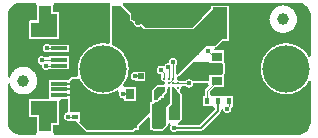
<source format=gtl>
G04*
G04 #@! TF.GenerationSoftware,Altium Limited,Altium Designer,21.6.4 (81)*
G04*
G04 Layer_Physical_Order=1*
G04 Layer_Color=255*
%FSLAX44Y44*%
%MOMM*%
G71*
G04*
G04 #@! TF.SameCoordinates,4107C3E3-393E-48B2-8F04-51D99C162D70*
G04*
G04*
G04 #@! TF.FilePolarity,Positive*
G04*
G01*
G75*
%ADD11C,0.2000*%
%ADD12R,2.3000X1.2500*%
%ADD13R,1.6000X1.9500*%
%ADD14R,1.1000X2.6500*%
%ADD15R,1.6000X1.9500*%
%ADD16R,1.1000X2.6500*%
%ADD17R,1.4050X0.3050*%
%ADD18R,1.0000X1.0000*%
%ADD19R,0.5200X0.5200*%
%ADD20R,0.9500X0.7500*%
%ADD21R,2.0500X2.8000*%
%ADD22R,0.4500X0.5500*%
%ADD23R,0.5500X0.4500*%
%ADD24R,1.1500X2.7000*%
%ADD25R,0.7000X0.9000*%
%ADD26R,2.7000X1.1500*%
%ADD27R,0.8000X2.0000*%
%ADD47C,0.2300*%
%ADD48C,1.0000*%
%ADD49C,0.1250*%
%ADD50C,0.1500*%
%ADD51C,4.0000*%
%ADD52C,0.4060*%
G36*
X87987Y105674D02*
X88347Y104844D01*
X88529Y103877D01*
X88497Y103837D01*
X88357Y103577D01*
X88272Y103294D01*
X88243Y103000D01*
Y72788D01*
X87803Y72159D01*
X86243Y71172D01*
X85737Y71265D01*
X84447Y71421D01*
X83150Y71500D01*
X81850D01*
X80553Y71421D01*
X79264Y71265D01*
X77986Y71031D01*
X76724Y70720D01*
X75483Y70333D01*
X74269Y69872D01*
X73084Y69339D01*
X71933Y68735D01*
X70821Y68063D01*
X69752Y67325D01*
X68729Y66524D01*
X67757Y65662D01*
X66838Y64743D01*
X65976Y63771D01*
X65175Y62748D01*
X64437Y61679D01*
X63765Y60567D01*
X63161Y59416D01*
X62628Y58231D01*
X62167Y57017D01*
X61780Y55776D01*
X61469Y54514D01*
X61235Y53236D01*
X61079Y51947D01*
X61000Y50650D01*
Y49350D01*
X61079Y48053D01*
X61235Y46764D01*
X61469Y45486D01*
X61587Y45007D01*
X60381Y43007D01*
X56250D01*
X55956Y42978D01*
X55673Y42892D01*
X55413Y42753D01*
X55184Y42566D01*
X53184Y40566D01*
X53081Y40440D01*
X36420D01*
Y34390D01*
Y24422D01*
X27945D01*
X27943Y24422D01*
X20945D01*
X20651Y24393D01*
X20368Y24307D01*
X20108Y24168D01*
X19879Y23981D01*
X19692Y23752D01*
X19553Y23492D01*
X19467Y23209D01*
X19438Y22915D01*
Y10415D01*
X19467Y10121D01*
X19553Y9838D01*
X19692Y9578D01*
X19879Y9349D01*
X20108Y9162D01*
X20368Y9022D01*
X20651Y8937D01*
X20945Y8908D01*
X26438D01*
Y-3585D01*
X26467Y-3879D01*
X25809Y-5343D01*
X25298Y-5877D01*
X11609D01*
X9469Y-5451D01*
X7453Y-4616D01*
X5639Y-3404D01*
X4096Y-1861D01*
X2884Y-47D01*
X2049Y1969D01*
X1623Y4109D01*
Y37409D01*
X3623Y37606D01*
X3688Y37284D01*
X3936Y36405D01*
X4252Y35548D01*
X4634Y34718D01*
X5080Y33921D01*
X5588Y33162D01*
X6154Y32444D01*
X6773Y31774D01*
X7444Y31154D01*
X8162Y30588D01*
X8921Y30080D01*
X9718Y29634D01*
X10548Y29252D01*
X11405Y28935D01*
X12284Y28688D01*
X13180Y28509D01*
X14087Y28402D01*
X15000Y28366D01*
X15913Y28402D01*
X16820Y28509D01*
X17716Y28688D01*
X18595Y28935D01*
X19452Y29252D01*
X20282Y29634D01*
X21079Y30080D01*
X21838Y30588D01*
X22556Y31154D01*
X23226Y31774D01*
X23846Y32444D01*
X24412Y33162D01*
X24920Y33921D01*
X25366Y34718D01*
X25748Y35548D01*
X26065Y36405D01*
X26312Y37284D01*
X26491Y38180D01*
X26598Y39087D01*
X26634Y40000D01*
X26598Y40913D01*
X26491Y41820D01*
X26312Y42716D01*
X26065Y43595D01*
X25748Y44452D01*
X25366Y45282D01*
X24920Y46079D01*
X24412Y46838D01*
X23846Y47556D01*
X23226Y48226D01*
X22556Y48847D01*
X21838Y49412D01*
X21079Y49920D01*
X20282Y50366D01*
X19452Y50748D01*
X18595Y51065D01*
X17716Y51312D01*
X16820Y51491D01*
X15913Y51598D01*
X15000Y51634D01*
X14087Y51598D01*
X13180Y51491D01*
X12284Y51312D01*
X11405Y51065D01*
X10548Y50748D01*
X9718Y50366D01*
X8921Y49920D01*
X8162Y49412D01*
X7444Y48847D01*
X6773Y48226D01*
X6154Y47556D01*
X5588Y46838D01*
X5080Y46079D01*
X4634Y45282D01*
X4252Y44452D01*
X3936Y43595D01*
X3688Y42716D01*
X3623Y42394D01*
X1623Y42591D01*
Y94800D01*
Y95891D01*
X2049Y98031D01*
X2884Y100047D01*
X4096Y101861D01*
X5639Y103404D01*
X7453Y104616D01*
X9469Y105451D01*
X11609Y105877D01*
X25530D01*
X25672Y105730D01*
X26052Y105179D01*
X26541Y104020D01*
X26518Y103877D01*
X26467Y103709D01*
X26438Y103415D01*
Y90923D01*
X20946D01*
X20652Y90894D01*
X20369Y90808D01*
X20109Y90669D01*
X19880Y90481D01*
X19693Y90253D01*
X19553Y89992D01*
X19468Y89709D01*
X19439Y89415D01*
Y76915D01*
X19468Y76621D01*
X19553Y76339D01*
X19693Y76078D01*
X19880Y75850D01*
X20109Y75662D01*
X20369Y75523D01*
X20652Y75437D01*
X20946Y75408D01*
X27942D01*
X27945Y75408D01*
X43945D01*
X44239Y75437D01*
X44522Y75522D01*
X44522Y75523D01*
X44523Y75523D01*
X44783Y75662D01*
X45012Y75850D01*
X45199Y76078D01*
X45339Y76339D01*
X45424Y76621D01*
X45453Y76915D01*
Y89415D01*
X45452Y89425D01*
Y96415D01*
X45423Y96709D01*
X45338Y96992D01*
X45198Y97252D01*
X45011Y97481D01*
X44782Y97668D01*
X44522Y97808D01*
X44239Y97893D01*
X43945Y97922D01*
X40452D01*
Y103415D01*
X40423Y103709D01*
X40373Y103877D01*
X40350Y104020D01*
X40838Y105179D01*
X41218Y105730D01*
X41360Y105877D01*
X87854D01*
X87987Y105674D01*
D02*
G37*
G36*
X250531Y105451D02*
X252547Y104616D01*
X254361Y103404D01*
X255904Y101861D01*
X257116Y100047D01*
X257951Y98031D01*
X258377Y95891D01*
Y60791D01*
X256376Y60298D01*
X256235Y60567D01*
X255563Y61679D01*
X254825Y62748D01*
X254024Y63771D01*
X253162Y64743D01*
X252243Y65662D01*
X251271Y66524D01*
X250248Y67325D01*
X249179Y68063D01*
X248067Y68735D01*
X246916Y69339D01*
X245731Y69872D01*
X244517Y70333D01*
X243276Y70720D01*
X242015Y71031D01*
X240737Y71265D01*
X239447Y71421D01*
X238150Y71500D01*
X236850D01*
X235553Y71421D01*
X234263Y71265D01*
X232985Y71031D01*
X231724Y70720D01*
X230483Y70333D01*
X229269Y69872D01*
X228084Y69339D01*
X226933Y68735D01*
X225821Y68063D01*
X224752Y67325D01*
X223729Y66524D01*
X222757Y65662D01*
X221838Y64743D01*
X220976Y63771D01*
X220175Y62748D01*
X219437Y61679D01*
X218765Y60567D01*
X218161Y59416D01*
X217628Y58231D01*
X217167Y57017D01*
X216780Y55776D01*
X216469Y54514D01*
X216235Y53236D01*
X216078Y51947D01*
X216000Y50650D01*
Y49350D01*
X216078Y48053D01*
X216235Y46764D01*
X216469Y45486D01*
X216780Y44224D01*
X217167Y42983D01*
X217628Y41769D01*
X218161Y40584D01*
X218765Y39433D01*
X219437Y38321D01*
X220175Y37252D01*
X220976Y36229D01*
X221838Y35257D01*
X222757Y34338D01*
X223729Y33476D01*
X224752Y32675D01*
X225821Y31937D01*
X226933Y31265D01*
X228084Y30661D01*
X229269Y30127D01*
X230483Y29667D01*
X231724Y29280D01*
X232985Y28969D01*
X234263Y28735D01*
X235553Y28579D01*
X236850Y28500D01*
X238150D01*
X239447Y28579D01*
X240737Y28735D01*
X242015Y28969D01*
X243276Y29280D01*
X244517Y29667D01*
X245731Y30127D01*
X246916Y30661D01*
X248067Y31265D01*
X249179Y31937D01*
X250248Y32675D01*
X251271Y33476D01*
X252243Y34338D01*
X253162Y35257D01*
X254024Y36229D01*
X254825Y37252D01*
X255563Y38321D01*
X256235Y39433D01*
X256376Y39702D01*
X258377Y39209D01*
Y4109D01*
X257951Y1969D01*
X257116Y-47D01*
X255904Y-1861D01*
X254361Y-3404D01*
X252547Y-4616D01*
X250531Y-5451D01*
X248391Y-5877D01*
X247300D01*
X41592Y-5877D01*
X41081Y-5343D01*
X40423Y-3879D01*
X40452Y-3585D01*
Y1908D01*
X43945D01*
X44239Y1937D01*
X44522Y2023D01*
X44782Y2162D01*
X45011Y2349D01*
X45198Y2578D01*
X45338Y2838D01*
X45423Y3121D01*
X45452Y3415D01*
Y10413D01*
X45452Y10415D01*
Y22915D01*
X46603Y24098D01*
X46753Y24211D01*
X47106Y24390D01*
X52743D01*
Y15030D01*
X52519Y13030D01*
X52060Y12970D01*
X51613Y12850D01*
X51185Y12673D01*
X50785Y12441D01*
X50417Y12160D01*
X50090Y11832D01*
X49809Y11465D01*
X49577Y11065D01*
X49400Y10637D01*
X49280Y10190D01*
X49220Y9731D01*
Y9269D01*
X49280Y8810D01*
X49400Y8363D01*
X49577Y7935D01*
X49809Y7535D01*
X50090Y7168D01*
X50417Y6840D01*
X50785Y6559D01*
X51185Y6327D01*
X51613Y6150D01*
X52060Y6030D01*
X52268Y6003D01*
X52350Y5992D01*
X52356Y5991D01*
X52519Y5970D01*
X54250Y5750D01*
Y5750D01*
X58975D01*
X59459Y5550D01*
X60803Y4689D01*
X60832Y4395D01*
X60918Y4112D01*
X61057Y3852D01*
X61245Y3624D01*
X68184Y-3316D01*
X68413Y-3503D01*
X68673Y-3643D01*
X68956Y-3728D01*
X69250Y-3757D01*
X106750D01*
X107044Y-3728D01*
X107327Y-3643D01*
X107587Y-3503D01*
X107816Y-3316D01*
X109632Y-1500D01*
X113000D01*
Y1868D01*
X120152Y9021D01*
X122000Y8255D01*
Y-1500D01*
X123618D01*
X124184Y-2066D01*
X124413Y-2253D01*
X124673Y-2393D01*
X124956Y-2478D01*
X125250Y-2507D01*
X132500D01*
X132794Y-2478D01*
X133077Y-2393D01*
X133337Y-2253D01*
X133566Y-2066D01*
X136816Y1184D01*
X137003Y1413D01*
X137142Y1673D01*
X137228Y1956D01*
X137257Y2250D01*
Y3055D01*
X139024Y4375D01*
X139092Y4355D01*
X139419Y3839D01*
X139541Y3403D01*
X139664Y2103D01*
X139559Y1965D01*
X139327Y1565D01*
X139150Y1137D01*
X139030Y690D01*
X138970Y231D01*
Y-231D01*
X139030Y-690D01*
X139150Y-1137D01*
X139327Y-1565D01*
X139559Y-1965D01*
X139840Y-2333D01*
X140168Y-2660D01*
X140535Y-2941D01*
X140935Y-3173D01*
X141363Y-3350D01*
X141810Y-3470D01*
X142269Y-3530D01*
X142731D01*
X143190Y-3470D01*
X143637Y-3350D01*
X144065Y-3173D01*
X144465Y-2941D01*
X144832Y-2660D01*
X144984Y-2508D01*
X165000D01*
X165392Y-2477D01*
X165775Y-2385D01*
X166138Y-2234D01*
X166474Y-2029D01*
X166773Y-1773D01*
X181273Y12727D01*
X181529Y13026D01*
X181734Y13362D01*
X181885Y13725D01*
X181977Y14108D01*
X182008Y14500D01*
Y15351D01*
X184008Y15482D01*
X184030Y15310D01*
X184150Y14863D01*
X184327Y14435D01*
X184559Y14035D01*
X184840Y13668D01*
X185168Y13340D01*
X185535Y13059D01*
X185935Y12827D01*
X186363Y12650D01*
X186810Y12530D01*
X187269Y12470D01*
X187731D01*
X188190Y12530D01*
X188637Y12650D01*
X189065Y12827D01*
X189465Y13059D01*
X189832Y13340D01*
X190160Y13668D01*
X190441Y14035D01*
X190673Y14435D01*
X190850Y14863D01*
X190970Y15310D01*
X191030Y15769D01*
Y16231D01*
X191028Y16250D01*
X191947Y17815D01*
X192117Y18010D01*
X192464Y18250D01*
X192500D01*
Y26750D01*
X185250D01*
X185000Y26750D01*
X183250D01*
X183000Y26750D01*
X176250D01*
X175750Y26750D01*
X174250D01*
X172632Y28287D01*
Y30617D01*
X176514Y34500D01*
X185000D01*
Y44868D01*
X185066Y44934D01*
X185253Y45163D01*
X185392Y45423D01*
X185478Y45706D01*
X185507Y46000D01*
Y54250D01*
X185478Y54544D01*
X185392Y54827D01*
X185253Y55087D01*
X185066Y55316D01*
X185000Y55382D01*
Y65500D01*
X176693D01*
X176369Y65993D01*
X177064Y67569D01*
X177434Y68011D01*
X177544Y68022D01*
X177827Y68108D01*
X178087Y68247D01*
X178316Y68434D01*
X183382Y73500D01*
X188750D01*
Y103500D01*
X177324D01*
X177250Y103507D01*
X177176Y103500D01*
X174250D01*
Y101132D01*
X166184Y93066D01*
X166184Y93066D01*
X157876Y84757D01*
X118124Y84757D01*
X115312Y87570D01*
X115084Y87757D01*
X114823Y87896D01*
X114540Y87982D01*
X114246Y88011D01*
X113952Y87982D01*
X113669Y87896D01*
X113409Y87757D01*
X113180Y87570D01*
X113087Y87476D01*
X112876Y87315D01*
X112647Y87182D01*
X112401Y87080D01*
X112145Y87012D01*
X111883Y86977D01*
X111617D01*
X111355Y87012D01*
X111098Y87080D01*
X110854Y87182D01*
X110624Y87315D01*
X110413Y87476D01*
X110226Y87663D01*
X110065Y87874D01*
X109932Y88103D01*
X109831Y88349D01*
X109762Y88604D01*
X109727Y88867D01*
Y89231D01*
X109723Y89278D01*
X109724Y89325D01*
X109708Y89424D01*
X109698Y89525D01*
X109685Y89570D01*
X109677Y89616D01*
X109642Y89711D01*
X109613Y89808D01*
X109591Y89849D01*
X109574Y89893D01*
X109521Y89979D01*
X109473Y90069D01*
X109444Y90105D01*
X109419Y90145D01*
X109350Y90219D01*
X109286Y90297D01*
X109250Y90327D01*
X109218Y90361D01*
X109135Y90421D01*
X109057Y90485D01*
X109016Y90507D01*
X108978Y90534D01*
X107339Y91488D01*
X107306Y91503D01*
X107277Y91523D01*
X107172Y91565D01*
X107070Y91611D01*
X107036Y91619D01*
X107002Y91633D01*
X106782Y91697D01*
X106717Y91709D01*
X106654Y91728D01*
X106572Y91736D01*
X106507Y91749D01*
Y95750D01*
X106478Y96044D01*
X106392Y96327D01*
X106253Y96587D01*
X106066Y96816D01*
X99005Y103877D01*
X99126Y104781D01*
X99513Y105674D01*
X99646Y105877D01*
X247300Y105877D01*
X248391D01*
X250531Y105451D01*
D02*
G37*
G36*
X105000Y95750D02*
Y90250D01*
X106360D01*
X106581Y90186D01*
X108220Y89231D01*
Y88769D01*
X108280Y88310D01*
X108400Y87863D01*
X108577Y87435D01*
X108809Y87035D01*
X109090Y86667D01*
X109417Y86340D01*
X109785Y86059D01*
X110185Y85827D01*
X110613Y85650D01*
X111060Y85530D01*
X111519Y85470D01*
X111981D01*
X112440Y85530D01*
X112887Y85650D01*
X113315Y85827D01*
X113715Y86059D01*
X114082Y86340D01*
X114246Y86504D01*
X117500Y83250D01*
X158500Y83250D01*
X167250Y92000D01*
X177250Y102000D01*
X183000Y96250D01*
Y75250D01*
X177250Y69500D01*
X170500D01*
X161567Y60567D01*
X145979Y44979D01*
X144132Y45745D01*
Y52907D01*
X144207Y52965D01*
X144535Y53292D01*
X144816Y53660D01*
X145048Y54060D01*
X145225Y54488D01*
X145345Y54935D01*
X145405Y55394D01*
Y55856D01*
X145345Y56315D01*
X145225Y56762D01*
X145048Y57190D01*
X144816Y57590D01*
X144535Y57958D01*
X144207Y58285D01*
X143840Y58566D01*
X143440Y58798D01*
X143012Y58975D01*
X142565Y59095D01*
X142106Y59155D01*
X141644D01*
X141185Y59095D01*
X140738Y58975D01*
X140310Y58798D01*
X139910Y58566D01*
X139543Y58285D01*
X139215Y57958D01*
X138934Y57590D01*
X138702Y57190D01*
X138525Y56762D01*
X138405Y56315D01*
X138345Y55856D01*
X138136Y55239D01*
X137541Y54797D01*
X137060Y54720D01*
X136613Y54600D01*
X136185Y54423D01*
X135785Y54191D01*
X135417Y53910D01*
X135090Y53583D01*
X134809Y53215D01*
X134082Y52634D01*
X133350Y52368D01*
X132388Y52350D01*
X132384Y52351D01*
X131940Y52470D01*
X131481Y52530D01*
X131019D01*
X130560Y52470D01*
X130113Y52350D01*
X129685Y52173D01*
X129285Y51941D01*
X128918Y51660D01*
X128590Y51333D01*
X128309Y50965D01*
X128077Y50565D01*
X127900Y50137D01*
X127780Y49690D01*
X127720Y49231D01*
Y48769D01*
X127780Y48310D01*
X127900Y47863D01*
X128077Y47435D01*
X128309Y47035D01*
X128590Y46667D01*
X128918Y46340D01*
X129285Y46059D01*
X129685Y45827D01*
X130113Y45650D01*
X130560Y45530D01*
X131019Y45470D01*
X131481D01*
X131868Y43504D01*
Y41785D01*
X131850Y41669D01*
Y41331D01*
X131903Y40996D01*
X132008Y40675D01*
X132161Y40373D01*
X132360Y40099D01*
X132599Y39860D01*
X132873Y39661D01*
X133175Y39508D01*
X133497Y39403D01*
X133831Y39350D01*
X134964Y37831D01*
X135050Y37666D01*
X135050Y37614D01*
X134000Y36008D01*
X130250D01*
X130244Y36007D01*
X128500D01*
X128206Y35978D01*
X127923Y35893D01*
X127663Y35753D01*
X127434Y35566D01*
X126094Y34226D01*
X126035Y34191D01*
X125667Y33910D01*
X125340Y33582D01*
X125059Y33215D01*
X125024Y33156D01*
X124184Y32316D01*
X123997Y32087D01*
X123857Y31827D01*
X123772Y31544D01*
X123743Y31250D01*
Y26611D01*
X123650Y26387D01*
X123530Y25940D01*
X123470Y25481D01*
Y25019D01*
X123530Y24560D01*
X123650Y24113D01*
X123827Y23685D01*
X123934Y23500D01*
X123647Y22519D01*
X123300Y21872D01*
X122929Y21500D01*
X122000D01*
Y13000D01*
X106750Y-2250D01*
X69250D01*
X62311Y4689D01*
X62750Y5750D01*
X62750D01*
Y13250D01*
X54250D01*
X54250Y15250D01*
Y39500D01*
X56250Y41500D01*
X62748D01*
X63161Y40584D01*
X63765Y39433D01*
X64437Y38321D01*
X65175Y37252D01*
X65976Y36229D01*
X66838Y35257D01*
X67757Y34338D01*
X68729Y33476D01*
X69752Y32675D01*
X70821Y31937D01*
X71933Y31265D01*
X73084Y30661D01*
X74269Y30127D01*
X75483Y29667D01*
X76724Y29280D01*
X77986Y28969D01*
X79264Y28735D01*
X80553Y28579D01*
X81850Y28500D01*
X83150D01*
X84447Y28579D01*
X85737Y28735D01*
X87015Y28969D01*
X88276Y29280D01*
X89516Y29667D01*
X90731Y30127D01*
X91916Y30661D01*
X93067Y31265D01*
X94179Y31937D01*
X94982Y31696D01*
X95184Y31538D01*
X95447Y31199D01*
X96150Y29637D01*
X96030Y29190D01*
X95970Y28731D01*
Y28269D01*
X96030Y27810D01*
X96150Y27363D01*
X96327Y26935D01*
X96559Y26535D01*
X96840Y26168D01*
X97168Y25840D01*
X97535Y25559D01*
X97935Y25327D01*
X98363Y25150D01*
X98810Y25030D01*
X99269Y24970D01*
X99731D01*
X100500Y23076D01*
Y22500D01*
X110500D01*
Y34500D01*
X100828D01*
X99688Y35788D01*
X99500Y36086D01*
Y36837D01*
X99825Y37252D01*
X100563Y38321D01*
X101235Y39433D01*
X101839Y40584D01*
X102372Y41769D01*
X102833Y42983D01*
X103220Y44224D01*
X103531Y45486D01*
X103765Y46764D01*
X103921Y48053D01*
X104000Y49350D01*
Y50650D01*
X103921Y51947D01*
X103765Y53236D01*
X103531Y54514D01*
X103220Y55776D01*
X102833Y57017D01*
X102372Y58231D01*
X101839Y59416D01*
X101235Y60567D01*
X100563Y61679D01*
X99825Y62748D01*
X99024Y63771D01*
X98162Y64743D01*
X97243Y65662D01*
X96271Y66524D01*
X95248Y67325D01*
X94179Y68063D01*
X93067Y68735D01*
X91916Y69339D01*
X90997Y69753D01*
X89750Y71000D01*
Y103000D01*
X97750D01*
X105000Y95750D01*
D02*
G37*
G36*
X172500Y55000D02*
X183250D01*
X184000Y54250D01*
Y46000D01*
X183000Y45000D01*
X172500D01*
Y39250D01*
X158316D01*
X158191Y39465D01*
X157910Y39832D01*
X157583Y40160D01*
X157215Y40441D01*
X156815Y40673D01*
X156387Y40850D01*
X155940Y40970D01*
X155481Y41030D01*
X155019D01*
X154560Y40970D01*
X154113Y40850D01*
X153685Y40673D01*
X153285Y40441D01*
X152917Y40160D01*
X152590Y39832D01*
X152436Y39632D01*
X146368D01*
X145250Y40750D01*
Y41601D01*
X145270Y41689D01*
X145979Y43472D01*
X146273Y43501D01*
X146396Y43538D01*
X146556Y43587D01*
X146817Y43726D01*
X147045Y43913D01*
X158382Y55250D01*
X172500D01*
Y55000D01*
D02*
G37*
G36*
X171728Y35743D02*
X168993Y33007D01*
X168776Y32753D01*
X168601Y32468D01*
X168473Y32159D01*
X168395Y31834D01*
X168368Y31500D01*
Y26750D01*
X166750D01*
Y18250D01*
X173750D01*
X174250Y18250D01*
X175750D01*
X176992Y16558D01*
Y15539D01*
X163961Y2508D01*
X146178D01*
X145558Y2993D01*
X145828Y4168D01*
X146496Y4993D01*
X146500D01*
X146794Y5022D01*
X147077Y5107D01*
X147337Y5247D01*
X147566Y5434D01*
X148566Y6434D01*
X148753Y6663D01*
X148892Y6923D01*
X148978Y7206D01*
X149007Y7500D01*
Y28250D01*
X148978Y28544D01*
X148892Y28827D01*
X148753Y29087D01*
X148566Y29316D01*
X148013Y29868D01*
X147874Y30151D01*
X147401Y31860D01*
X147640Y32099D01*
X147839Y32373D01*
X147992Y32675D01*
X148097Y32997D01*
X148150Y33331D01*
Y33669D01*
X149167Y35021D01*
X149222Y35074D01*
X149706Y35368D01*
X152436D01*
X152590Y35168D01*
X152917Y34840D01*
X153285Y34559D01*
X153685Y34327D01*
X154113Y34150D01*
X154560Y34030D01*
X155019Y33970D01*
X155481D01*
X155940Y34030D01*
X156387Y34150D01*
X156815Y34327D01*
X157215Y34559D01*
X157583Y34840D01*
X157910Y35168D01*
X158191Y35535D01*
X158423Y35935D01*
X158600Y36363D01*
X158720Y36810D01*
X158780Y37269D01*
Y37731D01*
X158790Y37743D01*
X170900D01*
X171728Y35743D01*
D02*
G37*
G36*
X135000Y33250D02*
Y30750D01*
X128000Y23750D01*
Y23500D01*
X126250D01*
X125250Y24500D01*
Y31250D01*
X128500Y34500D01*
X133750D01*
X135000Y33250D01*
D02*
G37*
G36*
X139493Y32926D02*
Y29500D01*
X139500Y29426D01*
Y21000D01*
X135750Y17250D01*
Y2250D01*
X132500Y-1000D01*
X125250D01*
X124000Y250D01*
Y19250D01*
X126505Y21755D01*
X126769Y21720D01*
X127231D01*
X127690Y21780D01*
X128137Y21900D01*
X128565Y22077D01*
X128965Y22309D01*
X129333Y22590D01*
X129660Y22917D01*
X129941Y23285D01*
X130173Y23685D01*
X130247Y23866D01*
X131102Y24720D01*
X131231D01*
X131690Y24780D01*
X132137Y24900D01*
X132565Y25077D01*
X132965Y25309D01*
X133333Y25590D01*
X133660Y25917D01*
X133941Y26285D01*
X134173Y26685D01*
X134350Y27113D01*
X134470Y27560D01*
X134530Y28019D01*
Y28148D01*
X136066Y29684D01*
X136253Y29913D01*
X136392Y30173D01*
X136478Y30456D01*
X136507Y30750D01*
Y31244D01*
X136508Y31250D01*
X136507Y31256D01*
Y32244D01*
X136508Y32250D01*
Y32538D01*
X138487Y33550D01*
X139493Y32926D01*
D02*
G37*
G36*
X142393Y33536D02*
X142665Y33733D01*
X143509Y33256D01*
X143943Y32873D01*
X144008Y32675D01*
X144161Y32373D01*
X144360Y32099D01*
X144599Y31860D01*
X144750Y31751D01*
Y31500D01*
X146000Y30250D01*
Y29750D01*
X147500Y28250D01*
Y7500D01*
X146500Y6500D01*
X139500D01*
X138250Y7750D01*
Y17618D01*
X140566Y19934D01*
X140753Y20163D01*
X140892Y20423D01*
X140978Y20706D01*
X141007Y21000D01*
Y29426D01*
X141000Y29500D01*
Y32528D01*
D01*
Y34000D01*
X142393Y33536D01*
D02*
G37*
%LPC*%
G36*
X34981Y71030D02*
X34519D01*
X34060Y70970D01*
X33613Y70850D01*
X33185Y70673D01*
X32785Y70441D01*
X32418Y70160D01*
X32090Y69833D01*
X31809Y69465D01*
X31577Y69065D01*
X31400Y68637D01*
X31280Y68190D01*
X31220Y67731D01*
Y67269D01*
X31280Y66810D01*
X31400Y66363D01*
X31577Y65935D01*
X31809Y65535D01*
X32090Y65167D01*
X32418Y64840D01*
X32785Y64559D01*
X33185Y64327D01*
X33613Y64150D01*
X34060Y64030D01*
X34519Y63970D01*
X34981D01*
X35440Y64030D01*
X35887Y64150D01*
X36315Y64327D01*
X36423Y64390D01*
X53470D01*
Y70440D01*
X36717D01*
X36715Y70441D01*
X36315Y70673D01*
X35887Y70850D01*
X35440Y70970D01*
X34981Y71030D01*
D02*
G37*
G36*
X30731Y60530D02*
X30269D01*
X29810Y60470D01*
X29363Y60350D01*
X28935Y60173D01*
X28535Y59941D01*
X28168Y59660D01*
X27840Y59332D01*
X27559Y58965D01*
X27327Y58565D01*
X27150Y58137D01*
X27030Y57690D01*
X26970Y57231D01*
Y56769D01*
X27030Y56310D01*
X27150Y55863D01*
X27327Y55435D01*
X27559Y55035D01*
X27840Y54668D01*
X28168Y54340D01*
X28535Y54059D01*
X28935Y53827D01*
X29363Y53650D01*
X30323Y53272D01*
X30470Y52731D01*
Y52269D01*
X30530Y51810D01*
X30650Y51363D01*
X30827Y50935D01*
X31059Y50535D01*
X31340Y50167D01*
X31667Y49840D01*
X32035Y49559D01*
X32435Y49327D01*
X32863Y49150D01*
X33310Y49030D01*
X33769Y48970D01*
X34231D01*
X34690Y49030D01*
X36420Y49390D01*
X36420Y49390D01*
X36420Y49390D01*
X53470D01*
Y60440D01*
X36420D01*
Y59547D01*
X32946D01*
X32833Y59660D01*
X32465Y59941D01*
X32065Y60173D01*
X31637Y60350D01*
X31190Y60470D01*
X30731Y60530D01*
D02*
G37*
G36*
X235000Y103634D02*
X234087Y103598D01*
X233180Y103491D01*
X232284Y103313D01*
X231405Y103064D01*
X230548Y102748D01*
X229718Y102366D01*
X228921Y101920D01*
X228162Y101412D01*
X227444Y100847D01*
X226774Y100226D01*
X226154Y99556D01*
X225588Y98838D01*
X225080Y98079D01*
X224634Y97282D01*
X224252Y96452D01*
X223936Y95595D01*
X223687Y94716D01*
X223509Y93820D01*
X223402Y92913D01*
X223366Y92000D01*
X223402Y91087D01*
X223509Y90180D01*
X223687Y89284D01*
X223936Y88405D01*
X224252Y87548D01*
X224634Y86718D01*
X225080Y85921D01*
X225588Y85162D01*
X226154Y84444D01*
X226774Y83773D01*
X227444Y83153D01*
X228162Y82588D01*
X228921Y82080D01*
X229718Y81634D01*
X230548Y81252D01*
X231405Y80935D01*
X232284Y80688D01*
X233180Y80509D01*
X234087Y80402D01*
X235000Y80366D01*
X235913Y80402D01*
X236820Y80509D01*
X237716Y80688D01*
X238595Y80935D01*
X239452Y81252D01*
X240282Y81634D01*
X241079Y82080D01*
X241838Y82588D01*
X242556Y83153D01*
X243227Y83773D01*
X243847Y84444D01*
X244412Y85162D01*
X244920Y85921D01*
X245366Y86718D01*
X245748Y87548D01*
X246065Y88405D01*
X246313Y89284D01*
X246491Y90180D01*
X246598Y91087D01*
X246634Y92000D01*
X246598Y92913D01*
X246491Y93820D01*
X246313Y94716D01*
X246065Y95595D01*
X245748Y96452D01*
X245366Y97282D01*
X244920Y98079D01*
X244412Y98838D01*
X243847Y99556D01*
X243227Y100226D01*
X242556Y100847D01*
X241838Y101412D01*
X241079Y101920D01*
X240282Y102366D01*
X239452Y102748D01*
X238595Y103064D01*
X237716Y103313D01*
X236820Y103491D01*
X235913Y103598D01*
X235000Y103634D01*
D02*
G37*
G36*
X110150Y47600D02*
X108426Y46934D01*
X108113Y46850D01*
X107685Y46673D01*
X107285Y46441D01*
X106917Y46160D01*
X106590Y45833D01*
X106309Y45465D01*
X106077Y45065D01*
X105900Y44637D01*
X105780Y44190D01*
X105720Y43731D01*
Y43269D01*
X105780Y42810D01*
X105900Y42363D01*
X106077Y41935D01*
X106309Y41535D01*
X106590Y41167D01*
X106917Y40840D01*
X107285Y40559D01*
X107685Y40327D01*
X108113Y40150D01*
X108386Y40077D01*
X110150Y39400D01*
X110150Y39400D01*
X118350D01*
Y47600D01*
X110150D01*
Y47600D01*
D02*
G37*
%LPD*%
D11*
X211500Y88500D02*
Y92000D01*
X203000Y96750D02*
X206750D01*
X211500Y92000D01*
X203060Y88500D02*
X211500D01*
X203000Y88440D02*
X203060Y88500D01*
X202940Y88440D02*
X203000D01*
X206750Y80250D02*
X211500Y85000D01*
X203000Y80250D02*
X206750D01*
X211500Y85000D02*
Y88500D01*
X197750Y22500D02*
X203250D01*
X132030Y29838D02*
Y30280D01*
X130942Y28750D02*
X132030Y29838D01*
X127205Y25250D02*
X129811Y27856D01*
X130048D02*
X130500Y28307D01*
Y28750D02*
X130942D01*
X134000Y32250D02*
Y33500D01*
X132030Y30280D02*
X134000Y32250D01*
X127000Y25250D02*
X127205D01*
X129811Y27856D02*
X130048D01*
X130500Y28307D02*
Y28750D01*
X119000Y25750D02*
Y28500D01*
X122250Y39750D02*
X124500Y37500D01*
X119500Y50500D02*
Y67000D01*
Y28500D02*
X122250Y31250D01*
Y39750D01*
Y43500D01*
X119500Y50500D02*
X122250Y47750D01*
Y43500D02*
Y47750D01*
X109250Y43500D02*
X114250D01*
X99500Y28500D02*
X105500D01*
X34509Y62371D02*
X35965D01*
X34115Y61976D02*
X34509Y62371D01*
X34115Y61976D02*
Y62135D01*
X80750Y750D02*
X97500D01*
X142500Y0D02*
X165000D01*
X179500Y14500D01*
Y22500D01*
X157000Y5500D02*
Y12500D01*
Y19500D01*
X146500Y97500D02*
X150000D01*
X141750Y89000D02*
Y92750D01*
X146500Y97500D01*
X150000Y89060D02*
Y97500D01*
Y89060D02*
X150060Y89000D01*
Y88940D02*
Y89000D01*
X153500Y97500D02*
X158250Y92750D01*
Y89000D02*
Y92750D01*
X150000Y97500D02*
X153500D01*
X116500D02*
X120000D01*
X111750Y89000D02*
Y92750D01*
X116500Y97500D01*
X120000Y89060D02*
Y97500D01*
Y89060D02*
X120060Y89000D01*
Y88940D02*
Y89000D01*
X123500Y97500D02*
X128250Y92750D01*
Y89000D02*
Y92750D01*
X120000Y97500D02*
X123500D01*
X34085Y42415D02*
X44945D01*
X29915Y47415D02*
X44945D01*
X32085Y72415D02*
X44945D01*
X35965Y62371D02*
X36010Y62415D01*
X44945D01*
X62625Y24875D02*
Y29375D01*
X44945Y37415D02*
X54585D01*
X62625Y29375D01*
Y18875D02*
X80750Y750D01*
X54085Y27415D02*
X62625Y18875D01*
Y24875D01*
X44945Y32415D02*
X55085D01*
X62625Y24875D01*
X98250Y750D02*
X107500Y10000D01*
X44945Y27415D02*
X54085D01*
X110250Y17000D02*
X119000Y25750D01*
X110250Y12750D02*
Y17000D01*
X107500Y10000D02*
X110250Y12750D01*
X115000Y67500D02*
X120000D01*
X150000D01*
X119500Y67000D02*
X120000Y67500D01*
X124500Y37500D02*
X134000D01*
X131000Y28250D02*
X134000Y31250D01*
X130250Y33500D02*
X134000D01*
X128000Y31250D02*
X130250Y33500D01*
D12*
X32445Y16665D02*
D03*
X32446Y83165D02*
D03*
D13*
X35945Y13165D02*
D03*
D14*
X33445Y9665D02*
D03*
D15*
X35945Y86665D02*
D03*
D16*
X33445Y90165D02*
D03*
D17*
X44945Y27415D02*
D03*
D03*
Y32415D02*
D03*
Y37415D02*
D03*
Y42415D02*
D03*
Y47415D02*
D03*
Y52415D02*
D03*
Y57415D02*
D03*
Y62415D02*
D03*
Y67415D02*
D03*
Y72415D02*
D03*
D18*
X35135Y12925D02*
D03*
X35055Y87075D02*
D03*
D19*
X122250Y43500D02*
D03*
X114250D02*
D03*
D20*
X178750Y39750D02*
D03*
Y50000D02*
D03*
Y60250D02*
D03*
D21*
X196250Y50000D02*
D03*
D22*
X170500Y22500D02*
D03*
X179500D02*
D03*
X197750D02*
D03*
X188750D02*
D03*
D23*
X58500Y500D02*
D03*
Y9500D02*
D03*
D24*
X181500Y88500D02*
D03*
X211500D02*
D03*
D25*
X143000Y12500D02*
D03*
X157000D02*
D03*
X105500Y28500D02*
D03*
X119500D02*
D03*
D26*
X150000Y97500D02*
D03*
Y67500D02*
D03*
X120000D02*
D03*
Y97500D02*
D03*
D27*
X107500Y10000D02*
D03*
X127500D02*
D03*
D47*
X146000Y41500D02*
D03*
Y37500D02*
D03*
Y33500D02*
D03*
X142000Y41500D02*
D03*
Y37500D02*
D03*
Y33500D02*
D03*
X138000Y41500D02*
D03*
Y37500D02*
D03*
Y33500D02*
D03*
X134000Y41500D02*
D03*
Y37500D02*
D03*
Y33500D02*
D03*
D48*
X235000Y92000D02*
D03*
X15000Y40000D02*
D03*
D49*
X171250Y65250D02*
X176250Y60250D01*
X178750D01*
X187500Y16000D02*
Y16760D01*
X188750Y18010D01*
Y22500D01*
X34835Y67415D02*
X44945D01*
X34750Y67500D02*
X34835Y67415D01*
X52750Y9500D02*
X58500D01*
X34085Y52415D02*
X44945D01*
X34000Y52500D02*
X34085Y52415D01*
X30500Y57000D02*
X30915Y57415D01*
X44945D01*
X142000Y41500D02*
Y55500D01*
X141875Y55625D02*
X142000Y55500D01*
X138000Y41500D02*
Y51000D01*
X137750Y51250D02*
X138000Y51000D01*
X134000Y41500D02*
Y46250D01*
X131250Y49000D02*
X134000Y46250D01*
X146000Y37500D02*
X155250D01*
X142000D02*
X146000D01*
X170500Y22500D02*
Y31500D01*
X178750Y39750D01*
X146000Y41500D02*
X154500Y50000D01*
X178750D01*
X138000Y37500D02*
X142000Y41500D01*
Y27000D02*
X143000Y26000D01*
X142000Y27000D02*
Y33500D01*
X143000Y12500D02*
Y26000D01*
D50*
X127500Y18250D02*
X138000Y28750D01*
Y33500D01*
X127500Y10000D02*
Y18250D01*
D51*
X82500Y50000D02*
D03*
X237500D02*
D03*
D52*
X115000Y-2500D02*
D03*
X20000D02*
D03*
X47500D02*
D03*
X75000Y100000D02*
D03*
X52500D02*
D03*
X256077Y65647D02*
D03*
Y25647D02*
D03*
X246077Y5647D02*
D03*
X236077Y25647D02*
D03*
X226077Y5647D02*
D03*
X216077Y65647D02*
D03*
Y25647D02*
D03*
X206077Y5647D02*
D03*
X186077D02*
D03*
X156077Y25647D02*
D03*
X86076Y85647D02*
D03*
X66076D02*
D03*
X56076Y65647D02*
D03*
X6076Y85647D02*
D03*
X16077Y65647D02*
D03*
Y25647D02*
D03*
X6076Y5647D02*
D03*
X203000Y96750D02*
D03*
X203000Y88560D02*
D03*
X203000Y80250D02*
D03*
X203250Y22500D02*
D03*
X171250Y65250D02*
D03*
X187500Y16000D02*
D03*
X127000Y25250D02*
D03*
X109250Y43500D02*
D03*
X99500Y28500D02*
D03*
X34115Y61976D02*
D03*
X34750Y67500D02*
D03*
X7500Y57500D02*
D03*
X247500Y100000D02*
D03*
X221000Y100500D02*
D03*
X15000Y100000D02*
D03*
X97500Y0D02*
D03*
X142500D02*
D03*
X157000Y5500D02*
D03*
Y19500D02*
D03*
X190000Y32500D02*
D03*
X200000D02*
D03*
X190000Y67500D02*
D03*
X200000D02*
D03*
X52750Y9500D02*
D03*
X210000Y42500D02*
D03*
Y57500D02*
D03*
Y67500D02*
D03*
Y32500D02*
D03*
X141750Y89000D02*
D03*
X149940Y89000D02*
D03*
X158250Y89000D02*
D03*
X111750D02*
D03*
X119940Y89000D02*
D03*
X128250Y89000D02*
D03*
X34085Y42415D02*
D03*
X29915Y47415D02*
D03*
X34000Y52500D02*
D03*
X32085Y72415D02*
D03*
X30500Y57000D02*
D03*
X141875Y55625D02*
D03*
X137750Y51250D02*
D03*
X131250Y49000D02*
D03*
X155250Y37500D02*
D03*
X131000Y28250D02*
D03*
X128000Y31250D02*
D03*
M02*

</source>
